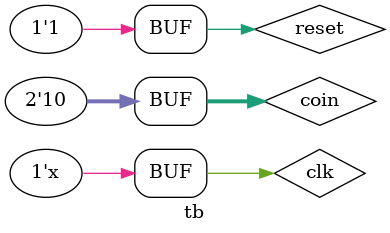
<source format=v>
`timescale 1ns / 1ps


module tb;

	// Inputs
	reg clk;
	reg reset;
	reg [1:0] coin;

	// Outputs
	wire drink;
	wire [1:0] back;

	// Instantiate the Unit Under Test (UUT)
	drink uut (
		.clk(clk), 
		.reset(reset), 
		.coin(coin), 
		.drink(drink), 
		.back(back)
	);

	initial begin
		// Initialize Inputs
		clk = 0;
		reset = 0;
		coin = 0;
		coin = 0;
		#10 coin = 0;
		#10 coin = 1;
		#10 coin = 2;
		#10 coin = 1;
		#10 coin = 2;
		#10 coin = 1;
		#10 coin = 2;
		#10 coin = 3;
		#10 coin = 2;
		#10 coin = 2;
		reset = 1;
	end
    always #5 clk = ~clk;  
endmodule


</source>
